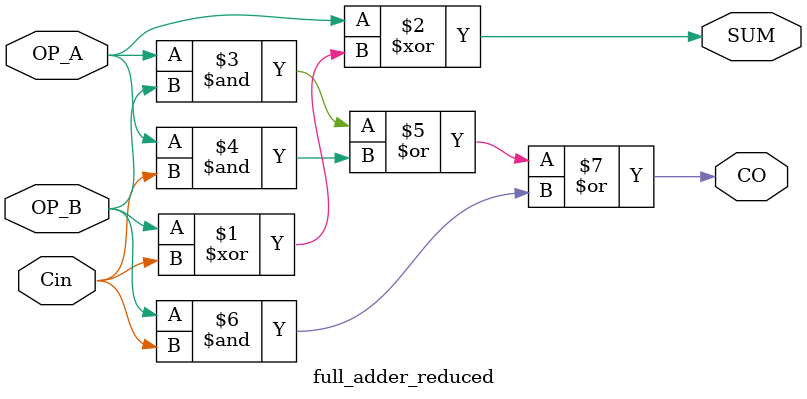
<source format=v>
`timescale 1ns / 1ps
/**
  * Engineer: Juan Luna
  *  
  * Create Date: 2023-01-26
  * Design Name: Full Adder Reduced SOP Circuit
  * Module Name: full_adder_reduced
  * Project Name: Project 2
  * Target Devices: Basys 3 board
  *
  * Description: 
  *     This module contains the reduced SOP form for a full adder.
  *     It is a 3-bit adder, with 2 bits associated with the addition
  *     operation and a third, "carry-in" bit. The outputs are a sum
  *     and a "carry-out" bit.
  * 
  * Revision: 1
  */
  
module full_adder_reduced(
    input OP_A,
    input OP_B,
    input Cin,
    output SUM,
    output CO
    );
    
    // Reduced SOP expression for sum operation
    // XOR operator in Verilog is ^
    assign SUM = OP_A ^ (OP_B ^ Cin);
    
    // Reduced SOP expression for carry-out
    assign CO = (OP_A & OP_B) | (OP_A & Cin) | (OP_B & Cin);
    
endmodule
</source>
